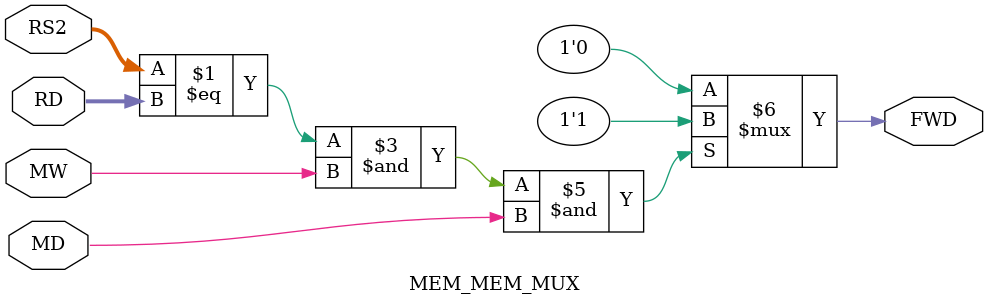
<source format=v>
module MEM_MEM_MUX (
    input [4:0] RS2,RD,
    input MW,MD,
    output FWD
);
    assign FWD = ((RS2==RD)&(MW==1'b1)&(MD==1'b1)) ? 1'b1 : 1'b0;    
endmodule
</source>
